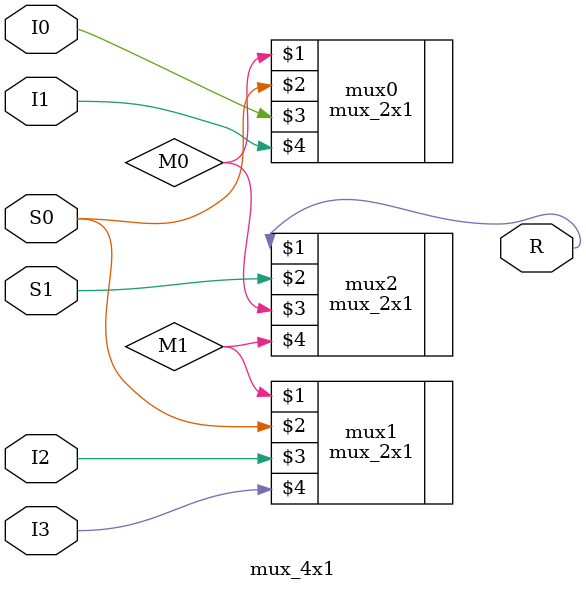
<source format=v>
module mux_4x1 (R, S1, S0, I0, I1, I2, I3);
input S1, S0, I0, I1, I2, I3;
output R;
wire M0, M1;

mux_2x1 mux0(M0, S0, I0, I1);
mux_2x1 mux1(M1, S0, I2, I3);
mux_2x1 mux2(R, S1, M0, M1);
endmodule

</source>
